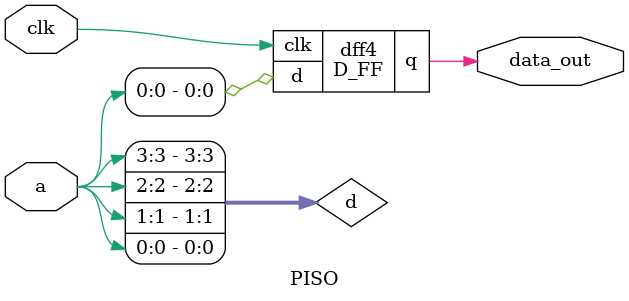
<source format=v>
`timescale 1ns / 1ps

module D_FF(d,clk,q);
input d,clk;
output reg q;
always@(posedge clk)
begin
q<=d;
end
endmodule

module PISO(a,clk,data_out);
input [0:3]a;
input clk;
output data_out;
wire [3:0]d;
wire [3:1]q;

assign d[3]=a[3];
D_FF dff1(d[3],clk,q[3]);

assign d[2]=(a[2] & 1'b1) | (1'b0 & q[3]);
D_FF dff2(d[2],clk,q[2]);

assign d[1]=(a[1] & 1'b1) | (1'b0 & q[2]);
D_FF dff3(d[1],clk,q[1]);

assign d[0]=(a[0] & 1'b1) | (1'b0 & q[1]);
D_FF dff4(d[0],clk,data_out);
endmodule

</source>
